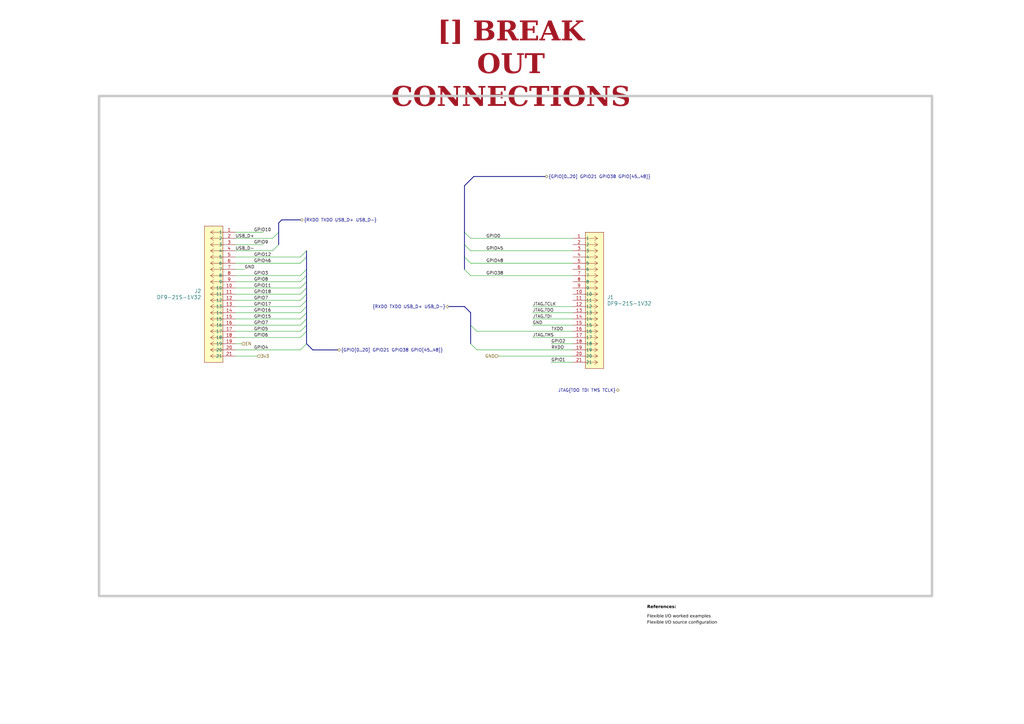
<source format=kicad_sch>
(kicad_sch (version 20250114) (generator "eeschema") (generator_version "9.0")
  (paper "A3")
  (title_block (title "BREAK OUT CONNECTIONS") (date "Last Modified Date") (rev "${REVISION}") (company "${COMPANY}"))
  (lib_symbols
    (symbol "Esp32-Carrier-Board:DF9-21S-1V32" (pin_names (offset 0.254))
      (property "Reference" "J" (at 8.89 6.35 0))
      (property "Value" "DF9-21S-1V32" (at 0 0 0))
      (symbol "DF9-21S-1V32_1_1"
        (rectangle (start 5.08 2.54) (end 12.7 -53.34) (fill (type background)))
        (polyline (pts (xy 10.16 0) (xy 5.08 0)) (stroke (width 0.127)))
        (polyline (pts (xy 10.16 0) (xy 8.89 0.8467)) (stroke (width 0.127)))
        (polyline (pts (xy 10.16 0) (xy 8.89 -0.8467)) (stroke (width 0.127)))
        (polyline (pts (xy 10.16 -2.54) (xy 5.08 -2.54)) (stroke (width 0.127)))
        (polyline (pts (xy 10.16 -2.54) (xy 8.89 -1.6933)) (stroke (width 0.127)))
        (polyline (pts (xy 10.16 -2.54) (xy 8.89 -3.3867)) (stroke (width 0.127)))
        (polyline (pts (xy 10.16 -5.08) (xy 5.08 -5.08)) (stroke (width 0.127)))
        (polyline (pts (xy 10.16 -5.08) (xy 8.89 -4.2333)) (stroke (width 0.127)))
        (polyline (pts (xy 10.16 -5.08) (xy 8.89 -5.9267)) (stroke (width 0.127)))
        (polyline (pts (xy 10.16 -7.62) (xy 5.08 -7.62)) (stroke (width 0.127)))
        (polyline (pts (xy 10.16 -7.62) (xy 8.89 -6.7733)) (stroke (width 0.127)))
        (polyline (pts (xy 10.16 -7.62) (xy 8.89 -8.4667)) (stroke (width 0.127)))
        (polyline (pts (xy 10.16 -10.16) (xy 5.08 -10.16)) (stroke (width 0.127)))
        (polyline (pts (xy 10.16 -10.16) (xy 8.89 -9.3133)) (stroke (width 0.127)))
        (polyline (pts (xy 10.16 -10.16) (xy 8.89 -11.0067)) (stroke (width 0.127)))
        (polyline (pts (xy 10.16 -12.7) (xy 5.08 -12.7)) (stroke (width 0.127)))
        (polyline (pts (xy 10.16 -12.7) (xy 8.89 -11.8533)) (stroke (width 0.127)))
        (polyline (pts (xy 10.16 -12.7) (xy 8.89 -13.5467)) (stroke (width 0.127)))
        (polyline (pts (xy 10.16 -15.24) (xy 5.08 -15.24)) (stroke (width 0.127)))
        (polyline (pts (xy 10.16 -15.24) (xy 8.89 -14.3933)) (stroke (width 0.127)))
        (polyline (pts (xy 10.16 -15.24) (xy 8.89 -16.0867)) (stroke (width 0.127)))
        (polyline (pts (xy 10.16 -17.78) (xy 5.08 -17.78)) (stroke (width 0.127)))
        (polyline (pts (xy 10.16 -17.78) (xy 8.89 -16.9333)) (stroke (width 0.127)))
        (polyline (pts (xy 10.16 -17.78) (xy 8.89 -18.6267)) (stroke (width 0.127)))
        (polyline (pts (xy 10.16 -20.32) (xy 5.08 -20.32)) (stroke (width 0.127)))
        (polyline (pts (xy 10.16 -20.32) (xy 8.89 -19.4733)) (stroke (width 0.127)))
        (polyline (pts (xy 10.16 -20.32) (xy 8.89 -21.1667)) (stroke (width 0.127)))
        (polyline (pts (xy 10.16 -22.86) (xy 5.08 -22.86)) (stroke (width 0.127)))
        (polyline (pts (xy 10.16 -22.86) (xy 8.89 -22.0133)) (stroke (width 0.127)))
        (polyline (pts (xy 10.16 -22.86) (xy 8.89 -23.7067)) (stroke (width 0.127)))
        (polyline (pts (xy 10.16 -25.4) (xy 5.08 -25.4)) (stroke (width 0.127)))
        (polyline (pts (xy 10.16 -25.4) (xy 8.89 -24.5533)) (stroke (width 0.127)))
        (polyline (pts (xy 10.16 -25.4) (xy 8.89 -26.2467)) (stroke (width 0.127)))
        (polyline (pts (xy 10.16 -27.94) (xy 5.08 -27.94)) (stroke (width 0.127)))
        (polyline (pts (xy 10.16 -27.94) (xy 8.89 -27.0933)) (stroke (width 0.127)))
        (polyline (pts (xy 10.16 -27.94) (xy 8.89 -28.7867)) (stroke (width 0.127)))
        (polyline (pts (xy 10.16 -30.48) (xy 5.08 -30.48)) (stroke (width 0.127)))
        (polyline (pts (xy 10.16 -30.48) (xy 8.89 -29.6333)) (stroke (width 0.127)))
        (polyline (pts (xy 10.16 -30.48) (xy 8.89 -31.3267)) (stroke (width 0.127)))
        (polyline (pts (xy 10.16 -33.02) (xy 5.08 -33.02)) (stroke (width 0.127)))
        (polyline (pts (xy 10.16 -33.02) (xy 8.89 -32.1733)) (stroke (width 0.127)))
        (polyline (pts (xy 10.16 -33.02) (xy 8.89 -33.8667)) (stroke (width 0.127)))
        (polyline (pts (xy 10.16 -35.56) (xy 5.08 -35.56)) (stroke (width 0.127)))
        (polyline (pts (xy 10.16 -35.56) (xy 8.89 -34.7133)) (stroke (width 0.127)))
        (polyline (pts (xy 10.16 -35.56) (xy 8.89 -36.4067)) (stroke (width 0.127)))
        (polyline (pts (xy 10.16 -38.1) (xy 5.08 -38.1)) (stroke (width 0.127)))
        (polyline (pts (xy 10.16 -38.1) (xy 8.89 -37.2533)) (stroke (width 0.127)))
        (polyline (pts (xy 10.16 -38.1) (xy 8.89 -38.9467)) (stroke (width 0.127)))
        (polyline (pts (xy 10.16 -40.64) (xy 5.08 -40.64)) (stroke (width 0.127)))
        (polyline (pts (xy 10.16 -40.64) (xy 8.89 -39.7933)) (stroke (width 0.127)))
        (polyline (pts (xy 10.16 -40.64) (xy 8.89 -41.4867)) (stroke (width 0.127)))
        (polyline (pts (xy 10.16 -43.18) (xy 5.08 -43.18)) (stroke (width 0.127)))
        (polyline (pts (xy 10.16 -43.18) (xy 8.89 -42.3333)) (stroke (width 0.127)))
        (polyline (pts (xy 10.16 -43.18) (xy 8.89 -44.0267)) (stroke (width 0.127)))
        (polyline (pts (xy 10.16 -45.72) (xy 5.08 -45.72)) (stroke (width 0.127)))
        (polyline (pts (xy 10.16 -45.72) (xy 8.89 -44.8733)) (stroke (width 0.127)))
        (polyline (pts (xy 10.16 -45.72) (xy 8.89 -46.5667)) (stroke (width 0.127)))
        (polyline (pts (xy 10.16 -48.26) (xy 5.08 -48.26)) (stroke (width 0.127)))
        (polyline (pts (xy 10.16 -48.26) (xy 8.89 -47.4133)) (stroke (width 0.127)))
        (polyline (pts (xy 10.16 -48.26) (xy 8.89 -49.1067)) (stroke (width 0.127)))
        (polyline (pts (xy 10.16 -50.8) (xy 5.08 -50.8)) (stroke (width 0.127)))
        (polyline (pts (xy 10.16 -50.8) (xy 8.89 -49.9533)) (stroke (width 0.127)))
        (polyline (pts (xy 10.16 -50.8) (xy 8.89 -51.6467)) (stroke (width 0.127)))
        (pin unspecified line (at 0 0 0) (length 5.08) (name "1") (number "1"))
        (pin unspecified line (at 0 -2.54 0) (length 5.08) (name "2") (number "2"))
        (pin unspecified line (at 0 -5.08 0) (length 5.08) (name "3") (number "3"))
        (pin unspecified line (at 0 -7.62 0) (length 5.08) (name "4") (number "4"))
        (pin unspecified line (at 0 -10.16 0) (length 5.08) (name "5") (number "5"))
        (pin unspecified line (at 0 -12.7 0) (length 5.08) (name "6") (number "6"))
        (pin unspecified line (at 0 -15.24 0) (length 5.08) (name "7") (number "7"))
        (pin unspecified line (at 0 -17.78 0) (length 5.08) (name "8") (number "8"))
        (pin unspecified line (at 0 -20.32 0) (length 5.08) (name "9") (number "9"))
        (pin unspecified line (at 0 -22.86 0) (length 5.08) (name "10") (number "10"))
        (pin unspecified line (at 0 -25.4 0) (length 5.08) (name "11") (number "11"))
        (pin unspecified line (at 0 -27.94 0) (length 5.08) (name "12") (number "12"))
        (pin unspecified line (at 0 -30.48 0) (length 5.08) (name "13") (number "13"))
        (pin unspecified line (at 0 -33.02 0) (length 5.08) (name "14") (number "14"))
        (pin unspecified line (at 0 -35.56 0) (length 5.08) (name "15") (number "15"))
        (pin unspecified line (at 0 -38.1 0) (length 5.08) (name "16") (number "16"))
        (pin unspecified line (at 0 -40.64 0) (length 5.08) (name "17") (number "17"))
        (pin unspecified line (at 0 -43.18 0) (length 5.08) (name "18") (number "18"))
        (pin unspecified line (at 0 -45.72 0) (length 5.08) (name "19") (number "19"))
        (pin unspecified line (at 0 -48.26 0) (length 5.08) (name "20") (number "20"))
        (pin unspecified line (at 0 -50.8 0) (length 5.08) (name "21") (number "21"))
      )
      (symbol "DF9-21S-1V32_1_2"
        (polyline (pts (xy 5.08 2.54) (xy 5.08 -53.34)) (stroke (width 0.127)))
        (polyline (pts (xy 5.08 -53.34) (xy 12.7 -53.34)) (stroke (width 0.127)))
        (polyline (pts (xy 7.62 0) (xy 5.08 0)) (stroke (width 0.127)))
        (polyline (pts (xy 7.62 0) (xy 8.89 0.8467)) (stroke (width 0.127)))
        (polyline (pts (xy 7.62 0) (xy 8.89 -0.8467)) (stroke (width 0.127)))
        (polyline (pts (xy 7.62 -2.54) (xy 5.08 -2.54)) (stroke (width 0.127)))
        (polyline (pts (xy 7.62 -2.54) (xy 8.89 -1.6933)) (stroke (width 0.127)))
        (polyline (pts (xy 7.62 -2.54) (xy 8.89 -3.3867)) (stroke (width 0.127)))
        (polyline (pts (xy 7.62 -5.08) (xy 5.08 -5.08)) (stroke (width 0.127)))
        (polyline (pts (xy 7.62 -5.08) (xy 8.89 -4.2333)) (stroke (width 0.127)))
        (polyline (pts (xy 7.62 -5.08) (xy 8.89 -5.9267)) (stroke (width 0.127)))
        (polyline (pts (xy 7.62 -7.62) (xy 5.08 -7.62)) (stroke (width 0.127)))
        (polyline (pts (xy 7.62 -7.62) (xy 8.89 -6.7733)) (stroke (width 0.127)))
        (polyline (pts (xy 7.62 -7.62) (xy 8.89 -8.4667)) (stroke (width 0.127)))
        (polyline (pts (xy 7.62 -10.16) (xy 5.08 -10.16)) (stroke (width 0.127)))
        (polyline (pts (xy 7.62 -10.16) (xy 8.89 -9.3133)) (stroke (width 0.127)))
        (polyline (pts (xy 7.62 -10.16) (xy 8.89 -11.0067)) (stroke (width 0.127)))
        (polyline (pts (xy 7.62 -12.7) (xy 5.08 -12.7)) (stroke (width 0.127)))
        (polyline (pts (xy 7.62 -12.7) (xy 8.89 -11.8533)) (stroke (width 0.127)))
        (polyline (pts (xy 7.62 -12.7) (xy 8.89 -13.5467)) (stroke (width 0.127)))
        (polyline (pts (xy 7.62 -15.24) (xy 5.08 -15.24)) (stroke (width 0.127)))
        (polyline (pts (xy 7.62 -15.24) (xy 8.89 -14.3933)) (stroke (width 0.127)))
        (polyline (pts (xy 7.62 -15.24) (xy 8.89 -16.0867)) (stroke (width 0.127)))
        (polyline (pts (xy 7.62 -17.78) (xy 5.08 -17.78)) (stroke (width 0.127)))
        (polyline (pts (xy 7.62 -17.78) (xy 8.89 -16.9333)) (stroke (width 0.127)))
        (polyline (pts (xy 7.62 -17.78) (xy 8.89 -18.6267)) (stroke (width 0.127)))
        (polyline (pts (xy 7.62 -20.32) (xy 5.08 -20.32)) (stroke (width 0.127)))
        (polyline (pts (xy 7.62 -20.32) (xy 8.89 -19.4733)) (stroke (width 0.127)))
        (polyline (pts (xy 7.62 -20.32) (xy 8.89 -21.1667)) (stroke (width 0.127)))
        (polyline (pts (xy 7.62 -22.86) (xy 5.08 -22.86)) (stroke (width 0.127)))
        (polyline (pts (xy 7.62 -22.86) (xy 8.89 -22.0133)) (stroke (width 0.127)))
        (polyline (pts (xy 7.62 -22.86) (xy 8.89 -23.7067)) (stroke (width 0.127)))
        (polyline (pts (xy 7.62 -25.4) (xy 5.08 -25.4)) (stroke (width 0.127)))
        (polyline (pts (xy 7.62 -25.4) (xy 8.89 -24.5533)) (stroke (width 0.127)))
        (polyline (pts (xy 7.62 -25.4) (xy 8.89 -26.2467)) (stroke (width 0.127)))
        (polyline (pts (xy 7.62 -27.94) (xy 5.08 -27.94)) (stroke (width 0.127)))
        (polyline (pts (xy 7.62 -27.94) (xy 8.89 -27.0933)) (stroke (width 0.127)))
        (polyline (pts (xy 7.62 -27.94) (xy 8.89 -28.7867)) (stroke (width 0.127)))
        (polyline (pts (xy 7.62 -30.48) (xy 5.08 -30.48)) (stroke (width 0.127)))
        (polyline (pts (xy 7.62 -30.48) (xy 8.89 -29.6333)) (stroke (width 0.127)))
        (polyline (pts (xy 7.62 -30.48) (xy 8.89 -31.3267)) (stroke (width 0.127)))
        (polyline (pts (xy 7.62 -33.02) (xy 5.08 -33.02)) (stroke (width 0.127)))
        (polyline (pts (xy 7.62 -33.02) (xy 8.89 -32.1733)) (stroke (width 0.127)))
        (polyline (pts (xy 7.62 -33.02) (xy 8.89 -33.8667)) (stroke (width 0.127)))
        (polyline (pts (xy 7.62 -35.56) (xy 5.08 -35.56)) (stroke (width 0.127)))
        (polyline (pts (xy 7.62 -35.56) (xy 8.89 -34.7133)) (stroke (width 0.127)))
        (polyline (pts (xy 7.62 -35.56) (xy 8.89 -36.4067)) (stroke (width 0.127)))
        (polyline (pts (xy 7.62 -38.1) (xy 5.08 -38.1)) (stroke (width 0.127)))
        (polyline (pts (xy 7.62 -38.1) (xy 8.89 -37.2533)) (stroke (width 0.127)))
        (polyline (pts (xy 7.62 -38.1) (xy 8.89 -38.9467)) (stroke (width 0.127)))
        (polyline (pts (xy 7.62 -40.64) (xy 5.08 -40.64)) (stroke (width 0.127)))
        (polyline (pts (xy 7.62 -40.64) (xy 8.89 -39.7933)) (stroke (width 0.127)))
        (polyline (pts (xy 7.62 -40.64) (xy 8.89 -41.4867)) (stroke (width 0.127)))
        (polyline (pts (xy 7.62 -43.18) (xy 5.08 -43.18)) (stroke (width 0.127)))
        (polyline (pts (xy 7.62 -43.18) (xy 8.89 -42.3333)) (stroke (width 0.127)))
        (polyline (pts (xy 7.62 -43.18) (xy 8.89 -44.0267)) (stroke (width 0.127)))
        (polyline (pts (xy 7.62 -45.72) (xy 5.08 -45.72)) (stroke (width 0.127)))
        (polyline (pts (xy 7.62 -45.72) (xy 8.89 -44.8733)) (stroke (width 0.127)))
        (polyline (pts (xy 7.62 -45.72) (xy 8.89 -46.5667)) (stroke (width 0.127)))
        (polyline (pts (xy 7.62 -48.26) (xy 5.08 -48.26)) (stroke (width 0.127)))
        (polyline (pts (xy 7.62 -48.26) (xy 8.89 -47.4133)) (stroke (width 0.127)))
        (polyline (pts (xy 7.62 -48.26) (xy 8.89 -49.1067)) (stroke (width 0.127)))
        (polyline (pts (xy 7.62 -50.8) (xy 5.08 -50.8)) (stroke (width 0.127)))
        (polyline (pts (xy 7.62 -50.8) (xy 8.89 -49.9533)) (stroke (width 0.127)))
        (polyline (pts (xy 7.62 -50.8) (xy 8.89 -51.6467)) (stroke (width 0.127)))
        (polyline (pts (xy 12.7 2.54) (xy 5.08 2.54)) (stroke (width 0.127)))
        (polyline (pts (xy 12.7 -53.34) (xy 12.7 2.54)) (stroke (width 0.127)))
        (pin unspecified line (at 0 0 0) (length 5.08) (name "1") (number "1"))
        (pin unspecified line (at 0 -2.54 0) (length 5.08) (name "2") (number "2"))
        (pin unspecified line (at 0 -5.08 0) (length 5.08) (name "3") (number "3"))
        (pin unspecified line (at 0 -7.62 0) (length 5.08) (name "4") (number "4"))
        (pin unspecified line (at 0 -10.16 0) (length 5.08) (name "5") (number "5"))
        (pin unspecified line (at 0 -12.7 0) (length 5.08) (name "6") (number "6"))
        (pin unspecified line (at 0 -15.24 0) (length 5.08) (name "7") (number "7"))
        (pin unspecified line (at 0 -17.78 0) (length 5.08) (name "8") (number "8"))
        (pin unspecified line (at 0 -20.32 0) (length 5.08) (name "9") (number "9"))
        (pin unspecified line (at 0 -22.86 0) (length 5.08) (name "10") (number "10"))
        (pin unspecified line (at 0 -25.4 0) (length 5.08) (name "11") (number "11"))
        (pin unspecified line (at 0 -27.94 0) (length 5.08) (name "12") (number "12"))
        (pin unspecified line (at 0 -30.48 0) (length 5.08) (name "13") (number "13"))
        (pin unspecified line (at 0 -33.02 0) (length 5.08) (name "14") (number "14"))
        (pin unspecified line (at 0 -35.56 0) (length 5.08) (name "15") (number "15"))
        (pin unspecified line (at 0 -38.1 0) (length 5.08) (name "16") (number "16"))
        (pin unspecified line (at 0 -40.64 0) (length 5.08) (name "17") (number "17"))
        (pin unspecified line (at 0 -43.18 0) (length 5.08) (name "18") (number "18"))
        (pin unspecified line (at 0 -45.72 0) (length 5.08) (name "19") (number "19"))
        (pin unspecified line (at 0 -48.26 0) (length 5.08) (name "20") (number "20"))
        (pin unspecified line (at 0 -50.8 0) (length 5.08) (name "21") (number "21"))
      )
    )
  )
  (rectangle (start 40.64 39.37) (end 382.27 244.475) (stroke (width 1) (color 200 200 200 1)))
  (text "Flexible I/O worked examples" (at 265.43 254 0) (effects (font (size 1.27 1.27)) (justify left bottom)))
  (text "References:" (at 265.43 250.19 0) (effects (font (size 1.27 1.27) (thickness 0.254) (bold yes)) (justify left bottom)))
  (text "Flexible I/O source configuration" (at 265.43 256.54 0) (effects (font (size 1.27 1.27)) (justify left bottom)))
  (text_box "[${#}] ${TITLE}" (at 161.29 20.32 0) (size 96.52 12.7) (margins 5.9999 5.9999 5.9999 5.9999) (stroke (width -0.0001)) (effects (font (size 8 8) (thickness 1.2) (bold yes))))
  (bus_entry (at 125.73 105.41) (size -2.54 2.54))
  (bus_entry (at 190.5 105.41) (size 2.54 2.54))
  (bus_entry (at 125.73 133.35) (size -2.54 2.54))
  (bus_entry (at 114.3 95.25) (size -2.54 2.54))
  (bus_entry (at 125.73 130.81) (size -2.54 2.54))
  (bus_entry (at 125.73 113.03) (size -2.54 2.54))
  (bus_entry (at 125.73 140.97) (size -2.54 2.54))
  (bus_entry (at 190.5 100.33) (size 2.54 2.54))
  (bus_entry (at 193.04 133.35) (size 2.54 2.54))
  (bus_entry (at 193.04 140.97) (size 2.54 2.54))
  (bus_entry (at 190.5 110.49) (size 2.54 2.54))
  (bus_entry (at 125.73 102.87) (size -2.54 2.54))
  (bus_entry (at 125.73 120.65) (size -2.54 2.54))
  (bus_entry (at 125.73 118.11) (size -2.54 2.54))
  (bus_entry (at 114.3 100.33) (size -2.54 2.54))
  (bus_entry (at 125.73 128.27) (size -2.54 2.54))
  (bus_entry (at 125.73 115.57) (size -2.54 2.54))
  (bus_entry (at 125.73 135.89) (size -2.54 2.54))
  (bus_entry (at 125.73 125.73) (size -2.54 2.54))
  (bus_entry (at 125.73 110.49) (size -2.54 2.54))
  (bus_entry (at 125.73 123.19) (size -2.54 2.54))
  (bus_entry (at 190.5 95.25) (size 2.54 2.54))
  (wire (pts (xy 96.52 128.27) (xy 123.19 128.27)))
  (wire (pts (xy 96.52 123.19) (xy 123.19 123.19)))
  (bus (pts (xy 194.31 72.39) (xy 223.52 72.39)))
  (wire (pts (xy 204.47 146.05) (xy 234.95 146.05)))
  (bus (pts (xy 125.73 128.27) (xy 125.73 130.81)))
  (wire (pts (xy 96.52 95.25) (xy 107.95 95.25)))
  (wire (pts (xy 96.52 113.03) (xy 123.19 113.03)))
  (wire (pts (xy 96.52 140.97) (xy 99.06 140.97)))
  (bus (pts (xy 190.5 105.41) (xy 190.5 110.49)))
  (wire (pts (xy 96.52 97.79) (xy 111.76 97.79)))
  (bus (pts (xy 193.04 133.35) (xy 193.04 140.97)))
  (bus (pts (xy 193.04 128.27) (xy 190.5 125.73)))
  (bus (pts (xy 125.73 135.89) (xy 125.73 140.97)))
  (wire (pts (xy 96.52 107.95) (xy 123.19 107.95)))
  (bus (pts (xy 125.73 123.19) (xy 125.73 125.73)))
  (wire (pts (xy 96.52 125.73) (xy 123.19 125.73)))
  (bus (pts (xy 114.3 95.25) (xy 114.3 100.33)))
  (bus (pts (xy 123.19 90.17) (xy 115.57 90.17)))
  (bus (pts (xy 125.73 110.49) (xy 125.73 113.03)))
  (bus (pts (xy 190.5 76.2) (xy 194.31 72.39)))
  (bus (pts (xy 193.04 128.27) (xy 193.04 133.35)))
  (bus (pts (xy 125.73 120.65) (xy 125.73 123.19)))
  (wire (pts (xy 96.52 130.81) (xy 123.19 130.81)))
  (bus (pts (xy 125.73 125.73) (xy 125.73 128.27)))
  (bus (pts (xy 125.73 130.81) (xy 125.73 133.35)))
  (wire (pts (xy 96.52 135.89) (xy 123.19 135.89)))
  (wire (pts (xy 195.58 143.51) (xy 234.95 143.51)))
  (wire (pts (xy 96.52 120.65) (xy 123.19 120.65)))
  (wire (pts (xy 218.44 125.73) (xy 234.95 125.73)))
  (bus (pts (xy 190.5 76.2) (xy 190.5 95.25)))
  (wire (pts (xy 193.04 113.03) (xy 234.95 113.03)))
  (bus (pts (xy 125.73 133.35) (xy 125.73 135.89)))
  (wire (pts (xy 226.06 148.59) (xy 234.95 148.59)))
  (wire (pts (xy 218.44 133.35) (xy 234.95 133.35)))
  (wire (pts (xy 193.04 107.95) (xy 234.95 107.95)))
  (wire (pts (xy 218.44 130.81) (xy 234.95 130.81)))
  (wire (pts (xy 193.04 97.79) (xy 234.95 97.79)))
  (bus (pts (xy 190.5 95.25) (xy 190.5 100.33)))
  (wire (pts (xy 193.04 102.87) (xy 234.95 102.87)))
  (wire (pts (xy 218.44 128.27) (xy 234.95 128.27)))
  (wire (pts (xy 96.52 133.35) (xy 123.19 133.35)))
  (wire (pts (xy 96.52 105.41) (xy 123.19 105.41)))
  (bus (pts (xy 125.73 113.03) (xy 125.73 115.57)))
  (wire (pts (xy 96.52 115.57) (xy 123.19 115.57)))
  (bus (pts (xy 125.73 102.87) (xy 125.73 105.41)))
  (wire (pts (xy 96.52 102.87) (xy 111.76 102.87)))
  (bus (pts (xy 125.73 118.11) (xy 125.73 120.65)))
  (bus (pts (xy 184.15 125.73) (xy 190.5 125.73)))
  (wire (pts (xy 195.58 135.89) (xy 234.95 135.89)))
  (bus (pts (xy 128.27 143.51) (xy 138.43 143.51)))
  (wire (pts (xy 96.52 100.33) (xy 107.95 100.33)))
  (wire (pts (xy 218.44 138.43) (xy 234.95 138.43)))
  (bus (pts (xy 115.57 90.17) (xy 114.3 91.44)))
  (bus (pts (xy 190.5 100.33) (xy 190.5 105.41)))
  (wire (pts (xy 96.52 110.49) (xy 100.33 110.49)))
  (bus (pts (xy 114.3 91.44) (xy 114.3 95.25)))
  (wire (pts (xy 105.41 146.05) (xy 96.52 146.05)))
  (wire (pts (xy 96.52 143.51) (xy 123.19 143.51)))
  (wire (pts (xy 96.52 138.43) (xy 123.19 138.43)))
  (bus (pts (xy 125.73 140.97) (xy 128.27 143.51)))
  (wire (pts (xy 96.52 118.11) (xy 123.19 118.11)))
  (bus (pts (xy 125.73 115.57) (xy 125.73 118.11)))
  (bus (pts (xy 125.73 105.41) (xy 125.73 110.49)))
  (wire (pts (xy 226.06 140.97) (xy 234.95 140.97)))
  (label "GPIO10" (at 104.14 95.25 0))
  (label "USB_D-" (at 96.52 102.87 0))
  (label "JTAG.TDI" (at 218.44 130.81 0))
  (label "JTAG.TDO" (at 218.44 128.27 0))
  (label "GPIO7" (at 104.14 133.35 0))
  (label "GPIO2" (at 226.06 140.97 0))
  (label "GPIO6" (at 104.14 138.43 0))
  (label "GPIO8" (at 104.14 115.57 0))
  (label "GPIO12" (at 104.14 105.41 0))
  (label "GPIO17" (at 104.14 125.73 0))
  (label "TXDO" (at 226.06 135.89 0))
  (label "GPIO38" (at 199.39 113.03 0))
  (label "GPIO45" (at 199.39 102.87 0))
  (label "GND" (at 100.33 110.49 0))
  (label "JTAG.TCLK" (at 218.44 125.73 0))
  (label "GPIO3" (at 104.14 113.03 0))
  (label "GPIO18" (at 104.14 120.65 0))
  (label "RXDO" (at 226.06 143.51 0))
  (label "GND" (at 218.44 133.35 0))
  (label "GPIO7" (at 104.14 123.19 0))
  (label "GPIO15" (at 104.14 130.81 0))
  (label "GPIO9" (at 104.14 100.33 0))
  (label "GPIO11" (at 104.14 118.11 0))
  (label "GPIO48" (at 199.39 107.95 0))
  (label "GPIO46" (at 104.14 107.95 0))
  (label "GPIO16" (at 104.14 128.27 0))
  (label "GPIO4" (at 104.14 143.51 0))
  (label "GPIO0" (at 199.39 97.79 0))
  (label "GPIO5" (at 104.14 135.89 0))
  (label "GPIO1" (at 226.06 148.59 0))
  (label "USB_D+" (at 96.52 97.79 0))
  (label "JTAG.TMS" (at 218.44 138.43 0))
  (hierarchical_label "3v3" (shape input) (at 105.41 146.05 0))
  (hierarchical_label "JTAG{TDO TDI TMS TCLK}" (shape bidirectional) (at 254 160.02 180))
  (hierarchical_label "{GPIO[0..20] GPIO21 GPIO38 GPIO[45..48]}" (shape bidirectional) (at 138.43 143.51 0))
  (hierarchical_label "{RXDO TXDO USB_D+ USB_D-}" (shape bidirectional) (at 184.15 125.73 180))
  (hierarchical_label "EN" (shape input) (at 99.06 140.97 0))
  (hierarchical_label "{RXDO TXDO USB_D+ USB_D-}" (shape bidirectional) (at 123.19 90.17 0))
  (hierarchical_label "{GPIO[0..20] GPIO21 GPIO38 GPIO[45..48]}" (shape bidirectional) (at 223.52 72.39 0))
  (hierarchical_label "GND" (shape input) (at 204.47 146.05 180))
  (symbol (lib_id "Esp32-Carrier-Board:DF9-21S-1V32") (at 234.95 97.79 0) (unit 1)
    (property "Reference" "J1" (at 248.92 121.9199 0) (effects (font (size 1.524 1.524)) (justify left)))
    (property "Value" "DF9-21S-1V32" (at 248.92 124.4599 0) (effects (font (size 1.524 1.524)) (justify left)))
    (property "Footprint" "Library:CON9_1X21_DZL_DF9_HIR" (effects (hide yes)))
    (property "Datasheet" "DF9-21S-1V32" (effects (hide yes)))
  )
  (symbol (lib_id "Esp32-Carrier-Board:DF9-21S-1V32") (at 96.52 95.25 0) (mirror y) (unit 1)
    (property "Reference" "J2" (at 82.55 119.3799 0) (effects (font (size 1.524 1.524)) (justify left)))
    (property "Value" "DF9-21S-1V32" (at 82.55 121.9199 0) (effects (font (size 1.524 1.524)) (justify left)))
    (property "Footprint" "Library:CON9_1X21_DZL_DF9_HIR" (effects (hide yes)))
    (property "Datasheet" "DF9-21S-1V32" (effects (hide yes)))
  )
)
</source>
